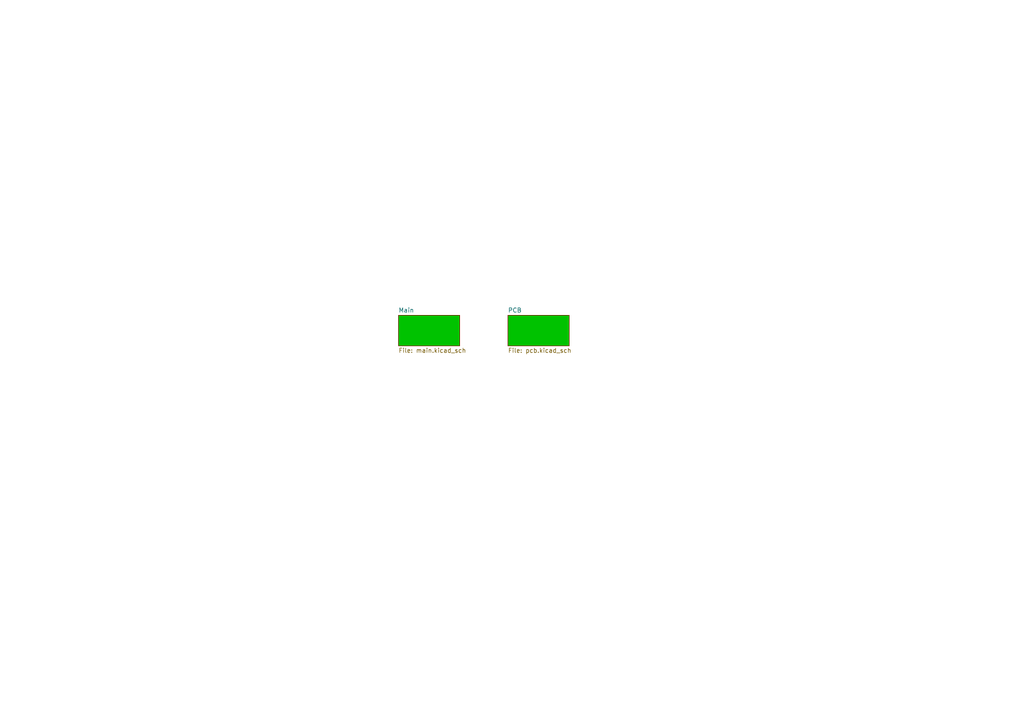
<source format=kicad_sch>
(kicad_sch
	(version 20250114)
	(generator "eeschema")
	(generator_version "9.0")
	(uuid "99785679-20de-4827-b4cc-bc3c187068c9")
	(paper "A4")
	(lib_symbols)
	(sheet
		(at 115.57 91.44)
		(size 17.78 8.89)
		(exclude_from_sim no)
		(in_bom yes)
		(on_board yes)
		(dnp no)
		(fields_autoplaced yes)
		(stroke
			(width 0.1524)
			(type solid)
		)
		(fill
			(color 0 194 0 1.0000)
		)
		(uuid "9564929a-642e-4163-88c2-45054b63a5ed")
		(property "Sheetname" "Main"
			(at 115.57 90.7284 0)
			(effects
				(font
					(size 1.27 1.27)
				)
				(justify left bottom)
			)
		)
		(property "Sheetfile" "main.kicad_sch"
			(at 115.57 100.9146 0)
			(effects
				(font
					(size 1.27 1.27)
				)
				(justify left top)
			)
		)
		(instances
			(project "PowerBoard"
				(path "/99785679-20de-4827-b4cc-bc3c187068c9"
					(page "3")
				)
			)
		)
	)
	(sheet
		(at 147.32 91.44)
		(size 17.78 8.89)
		(exclude_from_sim no)
		(in_bom yes)
		(on_board yes)
		(dnp no)
		(fields_autoplaced yes)
		(stroke
			(width 0.1524)
			(type solid)
		)
		(fill
			(color 0 194 0 1.0000)
		)
		(uuid "f504018f-47b7-40f6-962c-9989a757ee65")
		(property "Sheetname" "PCB"
			(at 147.32 90.7284 0)
			(effects
				(font
					(size 1.27 1.27)
				)
				(justify left bottom)
			)
		)
		(property "Sheetfile" "pcb.kicad_sch"
			(at 147.32 100.9146 0)
			(effects
				(font
					(size 1.27 1.27)
				)
				(justify left top)
			)
		)
		(instances
			(project "PowerBoard"
				(path "/99785679-20de-4827-b4cc-bc3c187068c9"
					(page "2")
				)
			)
		)
	)
	(sheet_instances
		(path "/"
			(page "1")
		)
	)
	(embedded_fonts no)
)

</source>
